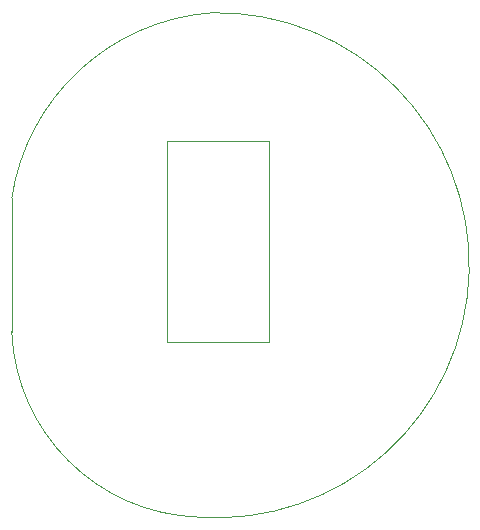
<source format=gm1>
G04 #@! TF.GenerationSoftware,KiCad,Pcbnew,7.0.7*
G04 #@! TF.CreationDate,2024-01-25T12:17:36+08:00*
G04 #@! TF.ProjectId,sensor,73656e73-6f72-42e6-9b69-6361645f7063,rev?*
G04 #@! TF.SameCoordinates,Original*
G04 #@! TF.FileFunction,Profile,NP*
%FSLAX46Y46*%
G04 Gerber Fmt 4.6, Leading zero omitted, Abs format (unit mm)*
G04 Created by KiCad (PCBNEW 7.0.7) date 2024-01-25 12:17:36*
%MOMM*%
%LPD*%
G01*
G04 APERTURE LIST*
G04 #@! TA.AperFunction,Profile*
%ADD10C,0.050000*%
G04 #@! TD*
G04 #@! TA.AperFunction,Profile*
%ADD11C,0.120000*%
G04 #@! TD*
G04 APERTURE END LIST*
D10*
X64099992Y-116200000D02*
G75*
G03*
X79900000Y-131900000I16353068J656910D01*
G01*
X64100000Y-116200000D02*
X64100000Y-104900000D01*
X81100000Y-89200003D02*
G75*
G03*
X64100000Y-104900000I1288430J-18448937D01*
G01*
X79900000Y-131899993D02*
G75*
G03*
X81100000Y-89200001I1554820J21323163D01*
G01*
D11*
X77260000Y-100100000D02*
X85860000Y-100100000D01*
X77260000Y-117060000D02*
X77260000Y-100100000D01*
X77260000Y-117060000D02*
X85860000Y-117060000D01*
X85860000Y-117060000D02*
X85860000Y-100100000D01*
M02*

</source>
